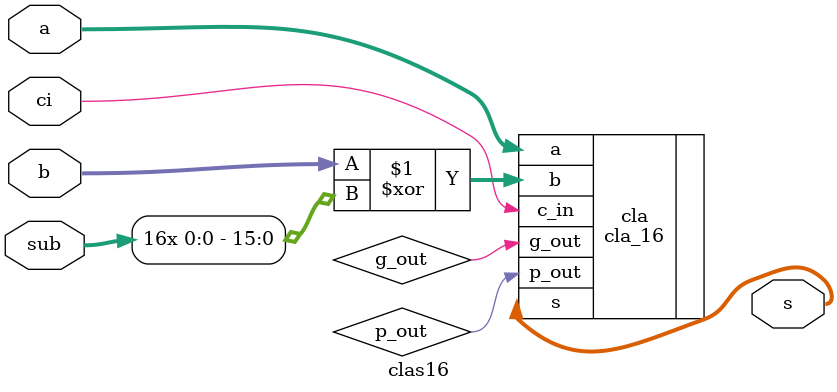
<source format=v>
module clas16(sub, a, b, ci, s);
	/*********************
	 *	16-bit先行进位Add(Complete)
	 *input:
	 *	sub		: 1 -> - ; 0 -> +
	 *	a[15:0]	: 第一个16-bit操作数
	 *	b[15:0]	：第二个16-bit操作数
	 *	ci		: 来自低位的进位
	 *output:
	 *	s[15:0]	: 16-bit运算结果
	 *********************/
	input sub;		// 1- 0+
	input [15:0] a, b;
	input ci;		// active low for subtraction
	output [15:0] s;
	
	wire g_out, p_out;
	cla_16 cla(
		.a(a), 
		.b(b ^ {16{sub}}), 
		.c_in(ci), 
		.g_out(g_out), 
		.p_out(p_out), 
		.s(s)
	);
endmodule
</source>
